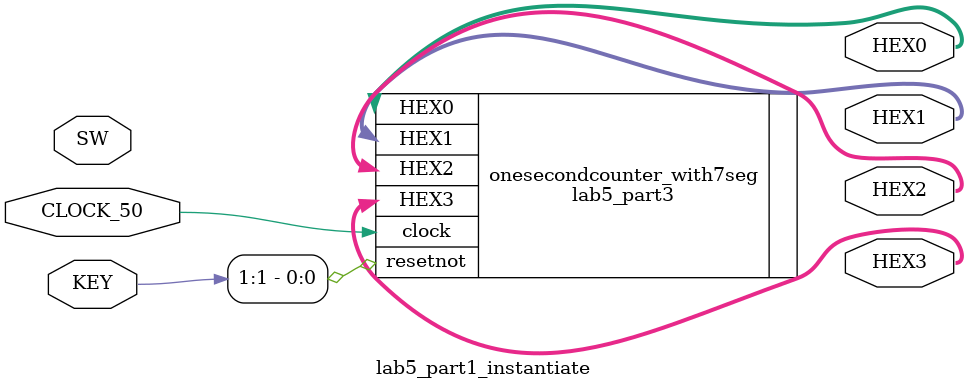
<source format=v>
module lab5_part1_instantiate(KEY, SW, HEX0, HEX1, HEX2, HEX3, CLOCK_50);
	input  [1:0] KEY;                    // clock and resetnot.
	input  [0:0] SW;                     // enable.
	input        CLOCK_50;
	output [6:0] HEX0, HEX1, HEX2, HEX3; // counter.
	/*
	lab5_part1 sixteenbitcounter(.toggle(SW[0]), 
	                             .clock(KEY[0]), 
	                             .resetnot(KEY[1]), 
	                             .HEX0(HEX0),
	                             .HEX1(HEX1),
	                             .HEX2(HEX2),
	                             .HEX3(HEX3));*/
										  
	/*									  
	lab5_part2 sixteenbitcounter_fpga_reg(.clock(KEY[0]), 
														.resetnot(KEY[1]), 
														.HEX0(HEX0),
														.HEX1(HEX1),
														.HEX2(HEX2),
														.HEX3(HEX3));*/
														
	lab5_part3 onesecondcounter_with7seg(.clock(CLOCK_50), .resetnot(KEY[1]), .HEX0(HEX0),
																									  .HEX1(HEX1),
																									  .HEX2(HEX2),
																									  .HEX3(HEX3));
endmodule

</source>
